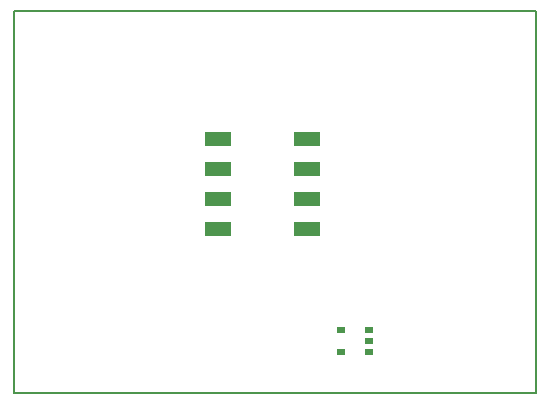
<source format=gbr>
G04 PROTEUS GERBER X2 FILE*
%TF.GenerationSoftware,Labcenter,Proteus,8.5-SP0-Build22067*%
%TF.CreationDate,2018-05-26T17:21:35+00:00*%
%TF.FileFunction,Paste,Bot*%
%TF.FilePolarity,Positive*%
%TF.Part,Single*%
%FSLAX45Y45*%
%MOMM*%
G01*
%TA.AperFunction,Material*%
%ADD21R,0.635000X0.508000*%
%ADD22R,2.200000X1.200000*%
%TA.AperFunction,Profile*%
%ADD13C,0.203200*%
D21*
X+901840Y-1199480D03*
X+901840Y-1293460D03*
X+901840Y-1389980D03*
X+663080Y-1389980D03*
X+663080Y-1199480D03*
D22*
X+382000Y+416000D03*
X+382000Y+162000D03*
X+382000Y-92000D03*
X+382000Y-346000D03*
X-378000Y-346000D03*
X-378000Y-92000D03*
X-378000Y+162000D03*
X-378000Y+416000D03*
D13*
X-2100000Y-1735000D02*
X+2315000Y-1735000D01*
X+2315000Y+1502000D01*
X-2100000Y+1502000D01*
X-2100000Y-1735000D01*
M02*

</source>
